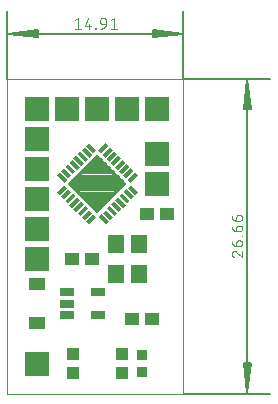
<source format=gts>
G75*
%MOIN*%
%OFA0B0*%
%FSLAX25Y25*%
%IPPOS*%
%LPD*%
%AMOC8*
5,1,8,0,0,1.08239X$1,22.5*
%
%ADD10C,0.00000*%
%ADD11C,0.00512*%
%ADD12C,0.00400*%
%ADD13R,0.08274X0.08274*%
%ADD14R,0.05282X0.06306*%
%ADD15R,0.04632X0.04337*%
%ADD16R,0.05203X0.03983*%
%ADD17C,0.01418*%
%ADD18R,0.03543X0.01378*%
%ADD19R,0.03550X0.03550*%
%ADD20R,0.03943X0.03943*%
%ADD21R,0.05124X0.02565*%
D10*
X0007053Y0016441D02*
X0007053Y0121401D01*
X0065754Y0121401D01*
X0065754Y0016441D01*
X0007053Y0016441D01*
D11*
X0065754Y0016441D02*
X0094730Y0016441D01*
X0087053Y0016697D02*
X0088077Y0026677D01*
X0088310Y0026677D02*
X0087053Y0016697D01*
X0086030Y0026677D01*
X0085796Y0026677D02*
X0088310Y0026677D01*
X0087565Y0026677D02*
X0087053Y0016697D01*
X0086542Y0026677D01*
X0085796Y0026677D02*
X0087053Y0016697D01*
X0087053Y0121145D01*
X0088077Y0111165D01*
X0088310Y0111165D02*
X0087053Y0121145D01*
X0086030Y0111165D01*
X0085796Y0111165D02*
X0088310Y0111165D01*
X0087565Y0111165D02*
X0087053Y0121145D01*
X0086542Y0111165D01*
X0085796Y0111165D02*
X0087053Y0121145D01*
X0094730Y0121401D02*
X0065754Y0121401D01*
X0065754Y0144118D01*
X0065498Y0136441D02*
X0055518Y0135417D01*
X0055518Y0135184D02*
X0065498Y0136441D01*
X0055518Y0137464D01*
X0055518Y0137698D02*
X0055518Y0135184D01*
X0055518Y0135929D02*
X0065498Y0136441D01*
X0055518Y0136952D01*
X0055518Y0137698D02*
X0065498Y0136441D01*
X0007309Y0136441D01*
X0017290Y0135417D01*
X0017290Y0135184D02*
X0007309Y0136441D01*
X0017290Y0137464D01*
X0017290Y0137698D02*
X0017290Y0135184D01*
X0017290Y0135929D02*
X0007309Y0136441D01*
X0017290Y0136952D01*
X0017290Y0137698D02*
X0007309Y0136441D01*
X0007053Y0144118D02*
X0007053Y0121401D01*
D12*
X0029488Y0138137D02*
X0031453Y0138137D01*
X0030470Y0138137D02*
X0030470Y0141674D01*
X0029488Y0140888D01*
X0033031Y0138923D02*
X0034996Y0138923D01*
X0034406Y0139709D02*
X0034406Y0138137D01*
X0033031Y0138923D02*
X0033817Y0141674D01*
X0036395Y0138333D02*
X0036592Y0138333D01*
X0036592Y0138137D01*
X0036395Y0138137D01*
X0036395Y0138333D01*
X0038385Y0138137D02*
X0038462Y0138139D01*
X0038539Y0138145D01*
X0038616Y0138154D01*
X0038692Y0138167D01*
X0038767Y0138184D01*
X0038841Y0138205D01*
X0038915Y0138229D01*
X0038987Y0138257D01*
X0039057Y0138288D01*
X0039126Y0138323D01*
X0039193Y0138361D01*
X0039258Y0138402D01*
X0039321Y0138446D01*
X0039382Y0138494D01*
X0039441Y0138544D01*
X0039497Y0138597D01*
X0039550Y0138653D01*
X0039600Y0138712D01*
X0039648Y0138773D01*
X0039692Y0138836D01*
X0039733Y0138901D01*
X0039771Y0138968D01*
X0039806Y0139037D01*
X0039837Y0139107D01*
X0039865Y0139179D01*
X0039889Y0139253D01*
X0039910Y0139327D01*
X0039927Y0139402D01*
X0039940Y0139478D01*
X0039949Y0139555D01*
X0039955Y0139632D01*
X0039957Y0139709D01*
X0039957Y0140691D01*
X0039957Y0139709D02*
X0038778Y0139709D01*
X0038724Y0139711D01*
X0038671Y0139716D01*
X0038618Y0139725D01*
X0038566Y0139738D01*
X0038515Y0139754D01*
X0038465Y0139774D01*
X0038416Y0139797D01*
X0038370Y0139823D01*
X0038325Y0139853D01*
X0038282Y0139885D01*
X0038242Y0139921D01*
X0038204Y0139959D01*
X0038168Y0139999D01*
X0038136Y0140042D01*
X0038106Y0140087D01*
X0038080Y0140133D01*
X0038057Y0140182D01*
X0038037Y0140232D01*
X0038021Y0140283D01*
X0038008Y0140335D01*
X0037999Y0140388D01*
X0037994Y0140441D01*
X0037992Y0140495D01*
X0037992Y0140691D01*
X0037994Y0140753D01*
X0038000Y0140814D01*
X0038009Y0140875D01*
X0038023Y0140935D01*
X0038040Y0140994D01*
X0038061Y0141052D01*
X0038085Y0141109D01*
X0038113Y0141164D01*
X0038145Y0141217D01*
X0038180Y0141268D01*
X0038217Y0141317D01*
X0038258Y0141363D01*
X0038302Y0141407D01*
X0038348Y0141448D01*
X0038397Y0141485D01*
X0038448Y0141520D01*
X0038501Y0141552D01*
X0038556Y0141580D01*
X0038613Y0141604D01*
X0038671Y0141625D01*
X0038730Y0141642D01*
X0038790Y0141656D01*
X0038851Y0141665D01*
X0038912Y0141671D01*
X0038974Y0141673D01*
X0039036Y0141671D01*
X0039097Y0141665D01*
X0039158Y0141656D01*
X0039218Y0141642D01*
X0039277Y0141625D01*
X0039335Y0141604D01*
X0039392Y0141580D01*
X0039447Y0141552D01*
X0039500Y0141520D01*
X0039551Y0141485D01*
X0039600Y0141448D01*
X0039646Y0141407D01*
X0039690Y0141363D01*
X0039731Y0141317D01*
X0039768Y0141268D01*
X0039803Y0141217D01*
X0039835Y0141164D01*
X0039863Y0141109D01*
X0039887Y0141052D01*
X0039908Y0140994D01*
X0039925Y0140935D01*
X0039939Y0140875D01*
X0039948Y0140814D01*
X0039954Y0140753D01*
X0039956Y0140691D01*
X0041535Y0140888D02*
X0042517Y0141674D01*
X0042517Y0138137D01*
X0041535Y0138137D02*
X0043500Y0138137D01*
X0081820Y0075624D02*
X0081822Y0075547D01*
X0081828Y0075470D01*
X0081837Y0075393D01*
X0081850Y0075317D01*
X0081867Y0075242D01*
X0081888Y0075168D01*
X0081912Y0075094D01*
X0081940Y0075022D01*
X0081971Y0074952D01*
X0082006Y0074883D01*
X0082044Y0074816D01*
X0082085Y0074751D01*
X0082129Y0074688D01*
X0082177Y0074627D01*
X0082227Y0074568D01*
X0082280Y0074512D01*
X0082336Y0074459D01*
X0082395Y0074409D01*
X0082456Y0074361D01*
X0082519Y0074317D01*
X0082584Y0074276D01*
X0082651Y0074238D01*
X0082720Y0074203D01*
X0082790Y0074172D01*
X0082862Y0074144D01*
X0082936Y0074120D01*
X0083010Y0074099D01*
X0083085Y0074082D01*
X0083161Y0074069D01*
X0083238Y0074060D01*
X0083315Y0074054D01*
X0083392Y0074052D01*
X0084375Y0074052D01*
X0084437Y0074054D01*
X0084498Y0074060D01*
X0084559Y0074069D01*
X0084619Y0074083D01*
X0084679Y0074100D01*
X0084737Y0074121D01*
X0084794Y0074146D01*
X0084849Y0074174D01*
X0084902Y0074205D01*
X0084953Y0074240D01*
X0085002Y0074278D01*
X0085048Y0074318D01*
X0085092Y0074362D01*
X0085132Y0074408D01*
X0085170Y0074457D01*
X0085205Y0074508D01*
X0085236Y0074561D01*
X0085264Y0074616D01*
X0085289Y0074673D01*
X0085310Y0074731D01*
X0085327Y0074791D01*
X0085341Y0074851D01*
X0085350Y0074912D01*
X0085356Y0074973D01*
X0085358Y0075035D01*
X0085356Y0075097D01*
X0085350Y0075158D01*
X0085341Y0075219D01*
X0085327Y0075279D01*
X0085310Y0075339D01*
X0085289Y0075397D01*
X0085264Y0075454D01*
X0085236Y0075509D01*
X0085205Y0075562D01*
X0085170Y0075613D01*
X0085132Y0075662D01*
X0085092Y0075708D01*
X0085048Y0075752D01*
X0085002Y0075792D01*
X0084953Y0075830D01*
X0084902Y0075865D01*
X0084849Y0075896D01*
X0084794Y0075924D01*
X0084737Y0075949D01*
X0084679Y0075970D01*
X0084619Y0075987D01*
X0084559Y0076001D01*
X0084498Y0076010D01*
X0084437Y0076016D01*
X0084375Y0076018D01*
X0084375Y0076017D02*
X0084178Y0076017D01*
X0084124Y0076015D01*
X0084071Y0076010D01*
X0084018Y0076001D01*
X0083966Y0075988D01*
X0083915Y0075972D01*
X0083865Y0075952D01*
X0083816Y0075929D01*
X0083770Y0075903D01*
X0083725Y0075873D01*
X0083682Y0075841D01*
X0083642Y0075805D01*
X0083604Y0075767D01*
X0083568Y0075727D01*
X0083536Y0075684D01*
X0083506Y0075639D01*
X0083480Y0075593D01*
X0083457Y0075544D01*
X0083437Y0075494D01*
X0083421Y0075443D01*
X0083408Y0075391D01*
X0083399Y0075338D01*
X0083394Y0075285D01*
X0083392Y0075231D01*
X0083392Y0074052D01*
X0084178Y0072474D02*
X0084375Y0072474D01*
X0084178Y0072474D02*
X0084124Y0072472D01*
X0084071Y0072467D01*
X0084018Y0072458D01*
X0083966Y0072445D01*
X0083915Y0072429D01*
X0083865Y0072409D01*
X0083816Y0072386D01*
X0083770Y0072360D01*
X0083725Y0072330D01*
X0083682Y0072298D01*
X0083642Y0072262D01*
X0083604Y0072224D01*
X0083568Y0072184D01*
X0083536Y0072141D01*
X0083506Y0072096D01*
X0083480Y0072050D01*
X0083457Y0072001D01*
X0083437Y0071951D01*
X0083421Y0071900D01*
X0083408Y0071848D01*
X0083399Y0071795D01*
X0083394Y0071742D01*
X0083392Y0071688D01*
X0083392Y0070509D01*
X0084375Y0070509D01*
X0084375Y0070508D02*
X0084437Y0070510D01*
X0084498Y0070516D01*
X0084559Y0070525D01*
X0084619Y0070539D01*
X0084679Y0070556D01*
X0084737Y0070577D01*
X0084794Y0070602D01*
X0084849Y0070630D01*
X0084902Y0070661D01*
X0084953Y0070696D01*
X0085002Y0070734D01*
X0085048Y0070774D01*
X0085092Y0070818D01*
X0085132Y0070864D01*
X0085170Y0070913D01*
X0085205Y0070964D01*
X0085236Y0071017D01*
X0085264Y0071072D01*
X0085289Y0071129D01*
X0085310Y0071187D01*
X0085327Y0071247D01*
X0085341Y0071307D01*
X0085350Y0071368D01*
X0085356Y0071429D01*
X0085358Y0071491D01*
X0085356Y0071553D01*
X0085350Y0071614D01*
X0085341Y0071675D01*
X0085327Y0071735D01*
X0085310Y0071795D01*
X0085289Y0071853D01*
X0085264Y0071910D01*
X0085236Y0071965D01*
X0085205Y0072018D01*
X0085170Y0072069D01*
X0085132Y0072118D01*
X0085092Y0072164D01*
X0085048Y0072208D01*
X0085002Y0072248D01*
X0084953Y0072286D01*
X0084902Y0072321D01*
X0084849Y0072352D01*
X0084794Y0072380D01*
X0084737Y0072405D01*
X0084679Y0072426D01*
X0084619Y0072443D01*
X0084559Y0072457D01*
X0084498Y0072466D01*
X0084437Y0072472D01*
X0084375Y0072474D01*
X0083392Y0070509D02*
X0083315Y0070511D01*
X0083238Y0070517D01*
X0083161Y0070526D01*
X0083085Y0070539D01*
X0083010Y0070556D01*
X0082936Y0070577D01*
X0082862Y0070601D01*
X0082790Y0070629D01*
X0082720Y0070660D01*
X0082651Y0070695D01*
X0082584Y0070733D01*
X0082519Y0070774D01*
X0082456Y0070818D01*
X0082395Y0070866D01*
X0082336Y0070916D01*
X0082280Y0070969D01*
X0082227Y0071025D01*
X0082177Y0071084D01*
X0082129Y0071145D01*
X0082085Y0071208D01*
X0082044Y0071273D01*
X0082006Y0071340D01*
X0081971Y0071409D01*
X0081940Y0071479D01*
X0081912Y0071551D01*
X0081888Y0071625D01*
X0081867Y0071699D01*
X0081850Y0071774D01*
X0081837Y0071850D01*
X0081828Y0071927D01*
X0081822Y0072004D01*
X0081820Y0072081D01*
X0085161Y0069109D02*
X0085357Y0069109D01*
X0085357Y0068913D01*
X0085161Y0068913D01*
X0085161Y0069109D01*
X0084375Y0067513D02*
X0084178Y0067513D01*
X0084124Y0067511D01*
X0084071Y0067506D01*
X0084018Y0067497D01*
X0083966Y0067484D01*
X0083915Y0067468D01*
X0083865Y0067448D01*
X0083816Y0067425D01*
X0083770Y0067399D01*
X0083725Y0067369D01*
X0083682Y0067337D01*
X0083642Y0067301D01*
X0083604Y0067263D01*
X0083568Y0067223D01*
X0083536Y0067180D01*
X0083506Y0067135D01*
X0083480Y0067089D01*
X0083457Y0067040D01*
X0083437Y0066990D01*
X0083421Y0066939D01*
X0083408Y0066887D01*
X0083399Y0066834D01*
X0083394Y0066781D01*
X0083392Y0066727D01*
X0083392Y0065548D01*
X0084375Y0065548D01*
X0084437Y0065550D01*
X0084498Y0065556D01*
X0084559Y0065565D01*
X0084619Y0065579D01*
X0084679Y0065596D01*
X0084737Y0065617D01*
X0084794Y0065642D01*
X0084849Y0065670D01*
X0084902Y0065701D01*
X0084953Y0065736D01*
X0085002Y0065774D01*
X0085048Y0065814D01*
X0085092Y0065858D01*
X0085132Y0065904D01*
X0085170Y0065953D01*
X0085205Y0066004D01*
X0085236Y0066057D01*
X0085264Y0066112D01*
X0085289Y0066169D01*
X0085310Y0066227D01*
X0085327Y0066287D01*
X0085341Y0066347D01*
X0085350Y0066408D01*
X0085356Y0066469D01*
X0085358Y0066531D01*
X0085356Y0066593D01*
X0085350Y0066654D01*
X0085341Y0066715D01*
X0085327Y0066775D01*
X0085310Y0066835D01*
X0085289Y0066893D01*
X0085264Y0066950D01*
X0085236Y0067005D01*
X0085205Y0067058D01*
X0085170Y0067109D01*
X0085132Y0067158D01*
X0085092Y0067204D01*
X0085048Y0067248D01*
X0085002Y0067288D01*
X0084953Y0067326D01*
X0084902Y0067361D01*
X0084849Y0067392D01*
X0084794Y0067420D01*
X0084737Y0067445D01*
X0084679Y0067466D01*
X0084619Y0067483D01*
X0084559Y0067497D01*
X0084498Y0067506D01*
X0084437Y0067512D01*
X0084375Y0067514D01*
X0083392Y0065548D02*
X0083315Y0065550D01*
X0083238Y0065556D01*
X0083161Y0065565D01*
X0083085Y0065578D01*
X0083010Y0065595D01*
X0082936Y0065616D01*
X0082862Y0065640D01*
X0082790Y0065668D01*
X0082720Y0065699D01*
X0082651Y0065734D01*
X0082584Y0065772D01*
X0082519Y0065813D01*
X0082456Y0065857D01*
X0082395Y0065905D01*
X0082336Y0065955D01*
X0082280Y0066008D01*
X0082227Y0066064D01*
X0082177Y0066123D01*
X0082129Y0066184D01*
X0082085Y0066247D01*
X0082044Y0066312D01*
X0082006Y0066379D01*
X0081971Y0066448D01*
X0081940Y0066518D01*
X0081912Y0066590D01*
X0081888Y0066664D01*
X0081867Y0066738D01*
X0081850Y0066813D01*
X0081837Y0066889D01*
X0081828Y0066966D01*
X0081822Y0067043D01*
X0081820Y0067120D01*
X0083392Y0063675D02*
X0085357Y0062005D01*
X0085357Y0063970D01*
X0082606Y0062005D02*
X0082545Y0062027D01*
X0082485Y0062052D01*
X0082427Y0062081D01*
X0082370Y0062113D01*
X0082315Y0062148D01*
X0082263Y0062186D01*
X0082213Y0062227D01*
X0082165Y0062271D01*
X0082120Y0062317D01*
X0082077Y0062366D01*
X0082037Y0062418D01*
X0082001Y0062471D01*
X0081967Y0062527D01*
X0081937Y0062584D01*
X0081910Y0062643D01*
X0081886Y0062704D01*
X0081866Y0062766D01*
X0081850Y0062829D01*
X0081837Y0062892D01*
X0081827Y0062956D01*
X0081822Y0063021D01*
X0081820Y0063086D01*
X0081821Y0063086D02*
X0081823Y0063144D01*
X0081829Y0063201D01*
X0081838Y0063258D01*
X0081851Y0063315D01*
X0081868Y0063370D01*
X0081888Y0063424D01*
X0081912Y0063477D01*
X0081939Y0063528D01*
X0081970Y0063577D01*
X0082004Y0063624D01*
X0082040Y0063669D01*
X0082080Y0063711D01*
X0082122Y0063751D01*
X0082167Y0063787D01*
X0082214Y0063821D01*
X0082263Y0063852D01*
X0082314Y0063879D01*
X0082367Y0063903D01*
X0082421Y0063923D01*
X0082476Y0063940D01*
X0082533Y0063953D01*
X0082590Y0063962D01*
X0082647Y0063968D01*
X0082705Y0063970D01*
X0082764Y0063968D01*
X0082823Y0063963D01*
X0082881Y0063953D01*
X0082939Y0063941D01*
X0082996Y0063924D01*
X0083052Y0063904D01*
X0083106Y0063881D01*
X0083159Y0063854D01*
X0083210Y0063825D01*
X0083259Y0063792D01*
X0083306Y0063756D01*
X0083351Y0063717D01*
X0083393Y0063675D01*
D13*
X0057053Y0086441D03*
X0057053Y0096441D03*
X0057053Y0111441D03*
X0047053Y0111441D03*
X0037053Y0111441D03*
X0027053Y0111441D03*
X0017053Y0111441D03*
X0017053Y0101441D03*
X0017053Y0091441D03*
X0017053Y0081441D03*
X0017053Y0071441D03*
X0017053Y0061441D03*
X0017053Y0026441D03*
D14*
X0043313Y0056441D03*
X0050793Y0056441D03*
X0050793Y0066441D03*
X0043313Y0066441D03*
D15*
X0035400Y0061441D03*
X0028707Y0061441D03*
X0048707Y0041441D03*
X0055400Y0041441D03*
X0053707Y0076441D03*
X0060400Y0076441D03*
D16*
X0017053Y0052887D03*
X0017053Y0039994D03*
D17*
X0037053Y0077417D02*
X0046077Y0086441D01*
X0037053Y0077417D02*
X0028029Y0086441D01*
X0037053Y0095465D01*
X0046077Y0086441D01*
X0038470Y0078834D02*
X0035636Y0078834D01*
X0034219Y0080251D02*
X0039887Y0080251D01*
X0041304Y0081668D02*
X0032802Y0081668D01*
X0031385Y0083085D02*
X0042721Y0083085D01*
X0044138Y0084502D02*
X0029968Y0084502D01*
X0028551Y0085919D02*
X0045555Y0085919D01*
X0045182Y0087336D02*
X0028924Y0087336D01*
X0030341Y0088753D02*
X0043765Y0088753D01*
X0042348Y0090170D02*
X0031758Y0090170D01*
X0033175Y0091587D02*
X0040931Y0091587D01*
X0039514Y0093004D02*
X0034592Y0093004D01*
X0036009Y0094421D02*
X0038097Y0094421D01*
D18*
G36*
X0038794Y0096115D02*
X0041298Y0098619D01*
X0042272Y0097645D01*
X0039768Y0095141D01*
X0038794Y0096115D01*
G37*
G36*
X0037402Y0097507D02*
X0039906Y0100011D01*
X0040880Y0099037D01*
X0038376Y0096533D01*
X0037402Y0097507D01*
G37*
G36*
X0035730Y0096533D02*
X0033226Y0099037D01*
X0034200Y0100011D01*
X0036704Y0097507D01*
X0035730Y0096533D01*
G37*
G36*
X0034338Y0095141D02*
X0031834Y0097645D01*
X0032808Y0098619D01*
X0035312Y0096115D01*
X0034338Y0095141D01*
G37*
G36*
X0032947Y0093749D02*
X0030443Y0096253D01*
X0031417Y0097227D01*
X0033921Y0094723D01*
X0032947Y0093749D01*
G37*
G36*
X0031555Y0092357D02*
X0029051Y0094861D01*
X0030025Y0095835D01*
X0032529Y0093331D01*
X0031555Y0092357D01*
G37*
G36*
X0030163Y0090965D02*
X0027659Y0093469D01*
X0028633Y0094443D01*
X0031137Y0091939D01*
X0030163Y0090965D01*
G37*
G36*
X0028771Y0089573D02*
X0026267Y0092077D01*
X0027241Y0093051D01*
X0029745Y0090547D01*
X0028771Y0089573D01*
G37*
G36*
X0027379Y0088181D02*
X0024875Y0090685D01*
X0025849Y0091659D01*
X0028353Y0089155D01*
X0027379Y0088181D01*
G37*
G36*
X0025987Y0086790D02*
X0023483Y0089294D01*
X0024457Y0090268D01*
X0026961Y0087764D01*
X0025987Y0086790D01*
G37*
G36*
X0026961Y0085118D02*
X0024457Y0082614D01*
X0023483Y0083588D01*
X0025987Y0086092D01*
X0026961Y0085118D01*
G37*
G36*
X0028353Y0083726D02*
X0025849Y0081222D01*
X0024875Y0082196D01*
X0027379Y0084700D01*
X0028353Y0083726D01*
G37*
G36*
X0029745Y0082334D02*
X0027241Y0079830D01*
X0026267Y0080804D01*
X0028771Y0083308D01*
X0029745Y0082334D01*
G37*
G36*
X0031137Y0080942D02*
X0028633Y0078438D01*
X0027659Y0079412D01*
X0030163Y0081916D01*
X0031137Y0080942D01*
G37*
G36*
X0032529Y0079550D02*
X0030025Y0077046D01*
X0029051Y0078020D01*
X0031555Y0080524D01*
X0032529Y0079550D01*
G37*
G36*
X0033921Y0078158D02*
X0031417Y0075654D01*
X0030443Y0076628D01*
X0032947Y0079132D01*
X0033921Y0078158D01*
G37*
G36*
X0035312Y0076766D02*
X0032808Y0074262D01*
X0031834Y0075236D01*
X0034338Y0077740D01*
X0035312Y0076766D01*
G37*
G36*
X0036704Y0075374D02*
X0034200Y0072870D01*
X0033226Y0073844D01*
X0035730Y0076348D01*
X0036704Y0075374D01*
G37*
G36*
X0038376Y0076348D02*
X0040880Y0073844D01*
X0039906Y0072870D01*
X0037402Y0075374D01*
X0038376Y0076348D01*
G37*
G36*
X0039768Y0077740D02*
X0042272Y0075236D01*
X0041298Y0074262D01*
X0038794Y0076766D01*
X0039768Y0077740D01*
G37*
G36*
X0041160Y0079132D02*
X0043664Y0076628D01*
X0042690Y0075654D01*
X0040186Y0078158D01*
X0041160Y0079132D01*
G37*
G36*
X0042552Y0080524D02*
X0045056Y0078020D01*
X0044082Y0077046D01*
X0041578Y0079550D01*
X0042552Y0080524D01*
G37*
G36*
X0043944Y0081916D02*
X0046448Y0079412D01*
X0045474Y0078438D01*
X0042970Y0080942D01*
X0043944Y0081916D01*
G37*
G36*
X0045336Y0083308D02*
X0047840Y0080804D01*
X0046866Y0079830D01*
X0044362Y0082334D01*
X0045336Y0083308D01*
G37*
G36*
X0046728Y0084700D02*
X0049232Y0082196D01*
X0048258Y0081222D01*
X0045754Y0083726D01*
X0046728Y0084700D01*
G37*
G36*
X0048120Y0086092D02*
X0050624Y0083588D01*
X0049650Y0082614D01*
X0047146Y0085118D01*
X0048120Y0086092D01*
G37*
G36*
X0047146Y0087764D02*
X0049650Y0090268D01*
X0050624Y0089294D01*
X0048120Y0086790D01*
X0047146Y0087764D01*
G37*
G36*
X0045754Y0089155D02*
X0048258Y0091659D01*
X0049232Y0090685D01*
X0046728Y0088181D01*
X0045754Y0089155D01*
G37*
G36*
X0044362Y0090547D02*
X0046866Y0093051D01*
X0047840Y0092077D01*
X0045336Y0089573D01*
X0044362Y0090547D01*
G37*
G36*
X0042970Y0091939D02*
X0045474Y0094443D01*
X0046448Y0093469D01*
X0043944Y0090965D01*
X0042970Y0091939D01*
G37*
G36*
X0041578Y0093331D02*
X0044082Y0095835D01*
X0045056Y0094861D01*
X0042552Y0092357D01*
X0041578Y0093331D01*
G37*
G36*
X0040186Y0094723D02*
X0042690Y0097227D01*
X0043664Y0096253D01*
X0041160Y0093749D01*
X0040186Y0094723D01*
G37*
D19*
X0052053Y0029393D03*
X0052053Y0023488D03*
D20*
X0045124Y0023291D03*
X0045124Y0029590D03*
X0028982Y0029590D03*
X0028982Y0023291D03*
D21*
X0026935Y0042700D03*
X0026935Y0046441D03*
X0026935Y0050181D03*
X0037172Y0050181D03*
X0037172Y0042700D03*
M02*

</source>
